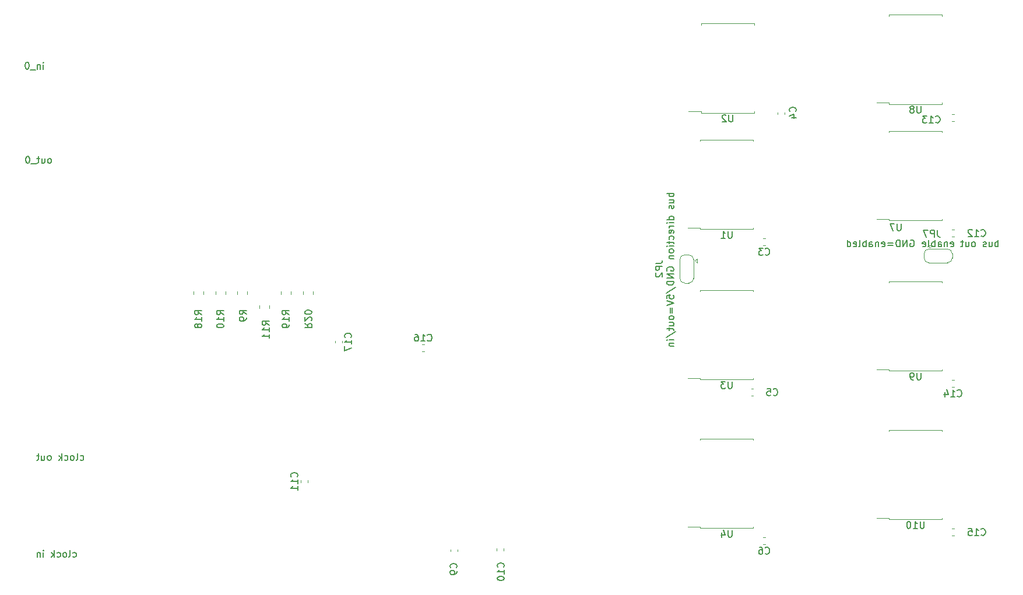
<source format=gbo>
G04 #@! TF.GenerationSoftware,KiCad,Pcbnew,5.1.12-84ad8e8a86~92~ubuntu18.04.1*
G04 #@! TF.CreationDate,2025-07-17T12:35:45+02:00*
G04 #@! TF.ProjectId,FPGA_buffer_board,46504741-5f62-4756-9666-65725f626f61,1.1*
G04 #@! TF.SameCoordinates,Original*
G04 #@! TF.FileFunction,Legend,Bot*
G04 #@! TF.FilePolarity,Positive*
%FSLAX46Y46*%
G04 Gerber Fmt 4.6, Leading zero omitted, Abs format (unit mm)*
G04 Created by KiCad (PCBNEW 5.1.12-84ad8e8a86~92~ubuntu18.04.1) date 2025-07-17 12:35:45*
%MOMM*%
%LPD*%
G01*
G04 APERTURE LIST*
%ADD10C,0.150000*%
%ADD11C,0.200000*%
%ADD12C,0.120000*%
G04 APERTURE END LIST*
D10*
X102380952Y-136404761D02*
X102476190Y-136452380D01*
X102666666Y-136452380D01*
X102761904Y-136404761D01*
X102809523Y-136357142D01*
X102857142Y-136261904D01*
X102857142Y-135976190D01*
X102809523Y-135880952D01*
X102761904Y-135833333D01*
X102666666Y-135785714D01*
X102476190Y-135785714D01*
X102380952Y-135833333D01*
X101809523Y-136452380D02*
X101904761Y-136404761D01*
X101952380Y-136309523D01*
X101952380Y-135452380D01*
X101285714Y-136452380D02*
X101380952Y-136404761D01*
X101428571Y-136357142D01*
X101476190Y-136261904D01*
X101476190Y-135976190D01*
X101428571Y-135880952D01*
X101380952Y-135833333D01*
X101285714Y-135785714D01*
X101142857Y-135785714D01*
X101047619Y-135833333D01*
X101000000Y-135880952D01*
X100952380Y-135976190D01*
X100952380Y-136261904D01*
X101000000Y-136357142D01*
X101047619Y-136404761D01*
X101142857Y-136452380D01*
X101285714Y-136452380D01*
X100095238Y-136404761D02*
X100190476Y-136452380D01*
X100380952Y-136452380D01*
X100476190Y-136404761D01*
X100523809Y-136357142D01*
X100571428Y-136261904D01*
X100571428Y-135976190D01*
X100523809Y-135880952D01*
X100476190Y-135833333D01*
X100380952Y-135785714D01*
X100190476Y-135785714D01*
X100095238Y-135833333D01*
X99666666Y-136452380D02*
X99666666Y-135452380D01*
X99571428Y-136071428D02*
X99285714Y-136452380D01*
X99285714Y-135785714D02*
X99666666Y-136166666D01*
X98095238Y-136452380D02*
X98095238Y-135785714D01*
X98095238Y-135452380D02*
X98142857Y-135500000D01*
X98095238Y-135547619D01*
X98047619Y-135500000D01*
X98095238Y-135452380D01*
X98095238Y-135547619D01*
X97619047Y-135785714D02*
X97619047Y-136452380D01*
X97619047Y-135880952D02*
X97571428Y-135833333D01*
X97476190Y-135785714D01*
X97333333Y-135785714D01*
X97238095Y-135833333D01*
X97190476Y-135928571D01*
X97190476Y-136452380D01*
X103464952Y-122324761D02*
X103560190Y-122372380D01*
X103750666Y-122372380D01*
X103845904Y-122324761D01*
X103893523Y-122277142D01*
X103941142Y-122181904D01*
X103941142Y-121896190D01*
X103893523Y-121800952D01*
X103845904Y-121753333D01*
X103750666Y-121705714D01*
X103560190Y-121705714D01*
X103464952Y-121753333D01*
X102893523Y-122372380D02*
X102988761Y-122324761D01*
X103036380Y-122229523D01*
X103036380Y-121372380D01*
X102369714Y-122372380D02*
X102464952Y-122324761D01*
X102512571Y-122277142D01*
X102560190Y-122181904D01*
X102560190Y-121896190D01*
X102512571Y-121800952D01*
X102464952Y-121753333D01*
X102369714Y-121705714D01*
X102226857Y-121705714D01*
X102131619Y-121753333D01*
X102084000Y-121800952D01*
X102036380Y-121896190D01*
X102036380Y-122181904D01*
X102084000Y-122277142D01*
X102131619Y-122324761D01*
X102226857Y-122372380D01*
X102369714Y-122372380D01*
X101179238Y-122324761D02*
X101274476Y-122372380D01*
X101464952Y-122372380D01*
X101560190Y-122324761D01*
X101607809Y-122277142D01*
X101655428Y-122181904D01*
X101655428Y-121896190D01*
X101607809Y-121800952D01*
X101560190Y-121753333D01*
X101464952Y-121705714D01*
X101274476Y-121705714D01*
X101179238Y-121753333D01*
X100750666Y-122372380D02*
X100750666Y-121372380D01*
X100655428Y-121991428D02*
X100369714Y-122372380D01*
X100369714Y-121705714D02*
X100750666Y-122086666D01*
X99036380Y-122372380D02*
X99131619Y-122324761D01*
X99179238Y-122277142D01*
X99226857Y-122181904D01*
X99226857Y-121896190D01*
X99179238Y-121800952D01*
X99131619Y-121753333D01*
X99036380Y-121705714D01*
X98893523Y-121705714D01*
X98798285Y-121753333D01*
X98750666Y-121800952D01*
X98703047Y-121896190D01*
X98703047Y-122181904D01*
X98750666Y-122277142D01*
X98798285Y-122324761D01*
X98893523Y-122372380D01*
X99036380Y-122372380D01*
X97845904Y-121705714D02*
X97845904Y-122372380D01*
X98274476Y-121705714D02*
X98274476Y-122229523D01*
X98226857Y-122324761D01*
X98131619Y-122372380D01*
X97988761Y-122372380D01*
X97893523Y-122324761D01*
X97845904Y-122277142D01*
X97512571Y-121705714D02*
X97131619Y-121705714D01*
X97369714Y-121372380D02*
X97369714Y-122229523D01*
X97322095Y-122324761D01*
X97226857Y-122372380D01*
X97131619Y-122372380D01*
D11*
X98109523Y-65542380D02*
X98109523Y-64875714D01*
X98109523Y-64542380D02*
X98157142Y-64590000D01*
X98109523Y-64637619D01*
X98061904Y-64590000D01*
X98109523Y-64542380D01*
X98109523Y-64637619D01*
X97633333Y-64875714D02*
X97633333Y-65542380D01*
X97633333Y-64970952D02*
X97585714Y-64923333D01*
X97490476Y-64875714D01*
X97347619Y-64875714D01*
X97252380Y-64923333D01*
X97204761Y-65018571D01*
X97204761Y-65542380D01*
X96966666Y-65637619D02*
X96204761Y-65637619D01*
X95776190Y-64542380D02*
X95680952Y-64542380D01*
X95585714Y-64590000D01*
X95538095Y-64637619D01*
X95490476Y-64732857D01*
X95442857Y-64923333D01*
X95442857Y-65161428D01*
X95490476Y-65351904D01*
X95538095Y-65447142D01*
X95585714Y-65494761D01*
X95680952Y-65542380D01*
X95776190Y-65542380D01*
X95871428Y-65494761D01*
X95919047Y-65447142D01*
X95966666Y-65351904D01*
X96014285Y-65161428D01*
X96014285Y-64923333D01*
X95966666Y-64732857D01*
X95919047Y-64637619D01*
X95871428Y-64590000D01*
X95776190Y-64542380D01*
X99066666Y-79202380D02*
X99161904Y-79154761D01*
X99209523Y-79107142D01*
X99257142Y-79011904D01*
X99257142Y-78726190D01*
X99209523Y-78630952D01*
X99161904Y-78583333D01*
X99066666Y-78535714D01*
X98923809Y-78535714D01*
X98828571Y-78583333D01*
X98780952Y-78630952D01*
X98733333Y-78726190D01*
X98733333Y-79011904D01*
X98780952Y-79107142D01*
X98828571Y-79154761D01*
X98923809Y-79202380D01*
X99066666Y-79202380D01*
X97876190Y-78535714D02*
X97876190Y-79202380D01*
X98304761Y-78535714D02*
X98304761Y-79059523D01*
X98257142Y-79154761D01*
X98161904Y-79202380D01*
X98019047Y-79202380D01*
X97923809Y-79154761D01*
X97876190Y-79107142D01*
X97542857Y-78535714D02*
X97161904Y-78535714D01*
X97400000Y-78202380D02*
X97400000Y-79059523D01*
X97352380Y-79154761D01*
X97257142Y-79202380D01*
X97161904Y-79202380D01*
X97066666Y-79297619D02*
X96304761Y-79297619D01*
X95876190Y-78202380D02*
X95780952Y-78202380D01*
X95685714Y-78250000D01*
X95638095Y-78297619D01*
X95590476Y-78392857D01*
X95542857Y-78583333D01*
X95542857Y-78821428D01*
X95590476Y-79011904D01*
X95638095Y-79107142D01*
X95685714Y-79154761D01*
X95780952Y-79202380D01*
X95876190Y-79202380D01*
X95971428Y-79154761D01*
X96019047Y-79107142D01*
X96066666Y-79011904D01*
X96114285Y-78821428D01*
X96114285Y-78583333D01*
X96066666Y-78392857D01*
X96019047Y-78297619D01*
X95971428Y-78250000D01*
X95876190Y-78202380D01*
D12*
X193625000Y-71680000D02*
X191810000Y-71680000D01*
X193625000Y-71915000D02*
X193625000Y-71680000D01*
X197485000Y-71915000D02*
X193625000Y-71915000D01*
X201345000Y-71915000D02*
X201345000Y-71680000D01*
X197485000Y-71915000D02*
X201345000Y-71915000D01*
X193625000Y-58895000D02*
X193625000Y-59130000D01*
X197485000Y-58895000D02*
X193625000Y-58895000D01*
X201345000Y-58895000D02*
X201345000Y-59130000D01*
X197485000Y-58895000D02*
X201345000Y-58895000D01*
X224790000Y-96360000D02*
X228650000Y-96360000D01*
X228650000Y-96360000D02*
X228650000Y-96595000D01*
X224790000Y-96360000D02*
X220930000Y-96360000D01*
X220930000Y-96360000D02*
X220930000Y-96595000D01*
X224790000Y-109380000D02*
X228650000Y-109380000D01*
X228650000Y-109380000D02*
X228650000Y-109145000D01*
X224790000Y-109380000D02*
X220930000Y-109380000D01*
X220930000Y-109380000D02*
X220930000Y-109145000D01*
X220930000Y-109145000D02*
X219115000Y-109145000D01*
X224790000Y-117950000D02*
X228650000Y-117950000D01*
X228650000Y-117950000D02*
X228650000Y-118185000D01*
X224790000Y-117950000D02*
X220930000Y-117950000D01*
X220930000Y-117950000D02*
X220930000Y-118185000D01*
X224790000Y-130970000D02*
X228650000Y-130970000D01*
X228650000Y-130970000D02*
X228650000Y-130735000D01*
X224790000Y-130970000D02*
X220930000Y-130970000D01*
X220930000Y-130970000D02*
X220930000Y-130735000D01*
X220930000Y-130735000D02*
X219115000Y-130735000D01*
X190550000Y-93180000D02*
X190550000Y-95980000D01*
X191250000Y-96630000D02*
X191850000Y-96630000D01*
X192550000Y-95980000D02*
X192550000Y-93180000D01*
X191850000Y-92530000D02*
X191250000Y-92530000D01*
X192750000Y-93380000D02*
X193050000Y-93080000D01*
X193050000Y-93080000D02*
X193050000Y-93680000D01*
X192750000Y-93380000D02*
X193050000Y-93680000D01*
X190550000Y-95930000D02*
G75*
G03*
X191250000Y-96630000I700000J0D01*
G01*
X191850000Y-96630000D02*
G75*
G03*
X192550000Y-95930000I0J700000D01*
G01*
X192550000Y-93230000D02*
G75*
G03*
X191850000Y-92530000I-700000J0D01*
G01*
X191250000Y-92530000D02*
G75*
G03*
X190550000Y-93230000I0J-700000D01*
G01*
X197358000Y-75786000D02*
X201218000Y-75786000D01*
X201218000Y-75786000D02*
X201218000Y-76021000D01*
X197358000Y-75786000D02*
X193498000Y-75786000D01*
X193498000Y-75786000D02*
X193498000Y-76021000D01*
X197358000Y-88806000D02*
X201218000Y-88806000D01*
X201218000Y-88806000D02*
X201218000Y-88571000D01*
X197358000Y-88806000D02*
X193498000Y-88806000D01*
X193498000Y-88806000D02*
X193498000Y-88571000D01*
X193498000Y-88571000D02*
X191683000Y-88571000D01*
X193498000Y-110415000D02*
X191683000Y-110415000D01*
X193498000Y-110650000D02*
X193498000Y-110415000D01*
X197358000Y-110650000D02*
X193498000Y-110650000D01*
X201218000Y-110650000D02*
X201218000Y-110415000D01*
X197358000Y-110650000D02*
X201218000Y-110650000D01*
X193498000Y-97630000D02*
X193498000Y-97865000D01*
X197358000Y-97630000D02*
X193498000Y-97630000D01*
X201218000Y-97630000D02*
X201218000Y-97865000D01*
X197358000Y-97630000D02*
X201218000Y-97630000D01*
X193498000Y-132005000D02*
X191683000Y-132005000D01*
X193498000Y-132240000D02*
X193498000Y-132005000D01*
X197358000Y-132240000D02*
X193498000Y-132240000D01*
X201218000Y-132240000D02*
X201218000Y-132005000D01*
X197358000Y-132240000D02*
X201218000Y-132240000D01*
X193498000Y-119220000D02*
X193498000Y-119455000D01*
X197358000Y-119220000D02*
X193498000Y-119220000D01*
X201218000Y-119220000D02*
X201218000Y-119455000D01*
X197358000Y-119220000D02*
X201218000Y-119220000D01*
X226670000Y-93680000D02*
X229470000Y-93680000D01*
X230120000Y-92980000D02*
X230120000Y-92380000D01*
X229470000Y-91680000D02*
X226670000Y-91680000D01*
X226020000Y-92380000D02*
X226020000Y-92980000D01*
X226870000Y-91480000D02*
X226570000Y-91180000D01*
X226570000Y-91180000D02*
X227170000Y-91180000D01*
X226870000Y-91480000D02*
X227170000Y-91180000D01*
X226020000Y-92980000D02*
G75*
G03*
X226720000Y-93680000I700000J0D01*
G01*
X226720000Y-91680000D02*
G75*
G03*
X226020000Y-92380000I0J-700000D01*
G01*
X230120000Y-92380000D02*
G75*
G03*
X229420000Y-91680000I-700000J0D01*
G01*
X229420000Y-93680000D02*
G75*
G03*
X230120000Y-92980000I0J700000D01*
G01*
X220930000Y-87301000D02*
X219115000Y-87301000D01*
X220930000Y-87536000D02*
X220930000Y-87301000D01*
X224790000Y-87536000D02*
X220930000Y-87536000D01*
X228650000Y-87536000D02*
X228650000Y-87301000D01*
X224790000Y-87536000D02*
X228650000Y-87536000D01*
X220930000Y-74516000D02*
X220930000Y-74751000D01*
X224790000Y-74516000D02*
X220930000Y-74516000D01*
X228650000Y-74516000D02*
X228650000Y-74751000D01*
X224790000Y-74516000D02*
X228650000Y-74516000D01*
X220930000Y-70410000D02*
X219115000Y-70410000D01*
X220930000Y-70645000D02*
X220930000Y-70410000D01*
X224790000Y-70645000D02*
X220930000Y-70645000D01*
X228650000Y-70645000D02*
X228650000Y-70410000D01*
X224790000Y-70645000D02*
X228650000Y-70645000D01*
X220930000Y-57625000D02*
X220930000Y-57860000D01*
X224790000Y-57625000D02*
X220930000Y-57625000D01*
X228650000Y-57625000D02*
X228650000Y-57860000D01*
X224790000Y-57625000D02*
X228650000Y-57625000D01*
X202646233Y-91188000D02*
X202938767Y-91188000D01*
X202646233Y-90168000D02*
X202938767Y-90168000D01*
X204722000Y-71836233D02*
X204722000Y-72128767D01*
X205742000Y-71836233D02*
X205742000Y-72128767D01*
X201213767Y-112012000D02*
X200921233Y-112012000D01*
X201213767Y-113032000D02*
X200921233Y-113032000D01*
X202646233Y-133602000D02*
X202938767Y-133602000D01*
X202646233Y-134622000D02*
X202938767Y-134622000D01*
X157224000Y-135628767D02*
X157224000Y-135336233D01*
X158244000Y-135628767D02*
X158244000Y-135336233D01*
X163955000Y-135501767D02*
X163955000Y-135209233D01*
X164975000Y-135501767D02*
X164975000Y-135209233D01*
X135507000Y-125303233D02*
X135507000Y-125595767D01*
X136527000Y-125303233D02*
X136527000Y-125595767D01*
X230078233Y-88898000D02*
X230370767Y-88898000D01*
X230078233Y-89918000D02*
X230370767Y-89918000D01*
X230078233Y-73154000D02*
X230370767Y-73154000D01*
X230078233Y-72134000D02*
X230370767Y-72134000D01*
X230078233Y-111762000D02*
X230370767Y-111762000D01*
X230078233Y-110742000D02*
X230370767Y-110742000D01*
X230078233Y-132332000D02*
X230370767Y-132332000D01*
X230078233Y-133352000D02*
X230370767Y-133352000D01*
X153408767Y-105535000D02*
X153116233Y-105535000D01*
X153408767Y-106555000D02*
X153116233Y-106555000D01*
X140460000Y-105328767D02*
X140460000Y-105036233D01*
X141480000Y-105328767D02*
X141480000Y-105036233D01*
X127735000Y-98287064D02*
X127735000Y-97832936D01*
X126265000Y-98287064D02*
X126265000Y-97832936D01*
X123090000Y-98287064D02*
X123090000Y-97832936D01*
X124560000Y-98287064D02*
X124560000Y-97832936D01*
X129440000Y-99832936D02*
X129440000Y-100287064D01*
X130910000Y-99832936D02*
X130910000Y-100287064D01*
X119915000Y-98287064D02*
X119915000Y-97832936D01*
X121385000Y-98287064D02*
X121385000Y-97832936D01*
X134085000Y-98287064D02*
X134085000Y-97832936D01*
X132615000Y-98287064D02*
X132615000Y-97832936D01*
X135790000Y-98287064D02*
X135790000Y-97832936D01*
X137260000Y-98287064D02*
X137260000Y-97832936D01*
D10*
X198246904Y-72207380D02*
X198246904Y-73016904D01*
X198199285Y-73112142D01*
X198151666Y-73159761D01*
X198056428Y-73207380D01*
X197865952Y-73207380D01*
X197770714Y-73159761D01*
X197723095Y-73112142D01*
X197675476Y-73016904D01*
X197675476Y-72207380D01*
X197246904Y-72302619D02*
X197199285Y-72255000D01*
X197104047Y-72207380D01*
X196865952Y-72207380D01*
X196770714Y-72255000D01*
X196723095Y-72302619D01*
X196675476Y-72397857D01*
X196675476Y-72493095D01*
X196723095Y-72635952D01*
X197294523Y-73207380D01*
X196675476Y-73207380D01*
X225551904Y-109672380D02*
X225551904Y-110481904D01*
X225504285Y-110577142D01*
X225456666Y-110624761D01*
X225361428Y-110672380D01*
X225170952Y-110672380D01*
X225075714Y-110624761D01*
X225028095Y-110577142D01*
X224980476Y-110481904D01*
X224980476Y-109672380D01*
X224456666Y-110672380D02*
X224266190Y-110672380D01*
X224170952Y-110624761D01*
X224123333Y-110577142D01*
X224028095Y-110434285D01*
X223980476Y-110243809D01*
X223980476Y-109862857D01*
X224028095Y-109767619D01*
X224075714Y-109720000D01*
X224170952Y-109672380D01*
X224361428Y-109672380D01*
X224456666Y-109720000D01*
X224504285Y-109767619D01*
X224551904Y-109862857D01*
X224551904Y-110100952D01*
X224504285Y-110196190D01*
X224456666Y-110243809D01*
X224361428Y-110291428D01*
X224170952Y-110291428D01*
X224075714Y-110243809D01*
X224028095Y-110196190D01*
X223980476Y-110100952D01*
X226028095Y-131262380D02*
X226028095Y-132071904D01*
X225980476Y-132167142D01*
X225932857Y-132214761D01*
X225837619Y-132262380D01*
X225647142Y-132262380D01*
X225551904Y-132214761D01*
X225504285Y-132167142D01*
X225456666Y-132071904D01*
X225456666Y-131262380D01*
X224456666Y-132262380D02*
X225028095Y-132262380D01*
X224742380Y-132262380D02*
X224742380Y-131262380D01*
X224837619Y-131405238D01*
X224932857Y-131500476D01*
X225028095Y-131548095D01*
X223837619Y-131262380D02*
X223742380Y-131262380D01*
X223647142Y-131310000D01*
X223599523Y-131357619D01*
X223551904Y-131452857D01*
X223504285Y-131643333D01*
X223504285Y-131881428D01*
X223551904Y-132071904D01*
X223599523Y-132167142D01*
X223647142Y-132214761D01*
X223742380Y-132262380D01*
X223837619Y-132262380D01*
X223932857Y-132214761D01*
X223980476Y-132167142D01*
X224028095Y-132071904D01*
X224075714Y-131881428D01*
X224075714Y-131643333D01*
X224028095Y-131452857D01*
X223980476Y-131357619D01*
X223932857Y-131310000D01*
X223837619Y-131262380D01*
X187012380Y-93736666D02*
X187726666Y-93736666D01*
X187869523Y-93689047D01*
X187964761Y-93593809D01*
X188012380Y-93450952D01*
X188012380Y-93355714D01*
X188012380Y-94212857D02*
X187012380Y-94212857D01*
X187012380Y-94593809D01*
X187060000Y-94689047D01*
X187107619Y-94736666D01*
X187202857Y-94784285D01*
X187345714Y-94784285D01*
X187440952Y-94736666D01*
X187488571Y-94689047D01*
X187536190Y-94593809D01*
X187536190Y-94212857D01*
X187107619Y-95165238D02*
X187060000Y-95212857D01*
X187012380Y-95308095D01*
X187012380Y-95546190D01*
X187060000Y-95641428D01*
X187107619Y-95689047D01*
X187202857Y-95736666D01*
X187298095Y-95736666D01*
X187440952Y-95689047D01*
X188012380Y-95117619D01*
X188012380Y-95736666D01*
X189652380Y-83604761D02*
X188652380Y-83604761D01*
X189033333Y-83604761D02*
X188985714Y-83700000D01*
X188985714Y-83890476D01*
X189033333Y-83985714D01*
X189080952Y-84033333D01*
X189176190Y-84080952D01*
X189461904Y-84080952D01*
X189557142Y-84033333D01*
X189604761Y-83985714D01*
X189652380Y-83890476D01*
X189652380Y-83700000D01*
X189604761Y-83604761D01*
X188985714Y-84938095D02*
X189652380Y-84938095D01*
X188985714Y-84509523D02*
X189509523Y-84509523D01*
X189604761Y-84557142D01*
X189652380Y-84652380D01*
X189652380Y-84795238D01*
X189604761Y-84890476D01*
X189557142Y-84938095D01*
X189604761Y-85366666D02*
X189652380Y-85461904D01*
X189652380Y-85652380D01*
X189604761Y-85747619D01*
X189509523Y-85795238D01*
X189461904Y-85795238D01*
X189366666Y-85747619D01*
X189319047Y-85652380D01*
X189319047Y-85509523D01*
X189271428Y-85414285D01*
X189176190Y-85366666D01*
X189128571Y-85366666D01*
X189033333Y-85414285D01*
X188985714Y-85509523D01*
X188985714Y-85652380D01*
X189033333Y-85747619D01*
X189652380Y-87414285D02*
X188652380Y-87414285D01*
X189604761Y-87414285D02*
X189652380Y-87319047D01*
X189652380Y-87128571D01*
X189604761Y-87033333D01*
X189557142Y-86985714D01*
X189461904Y-86938095D01*
X189176190Y-86938095D01*
X189080952Y-86985714D01*
X189033333Y-87033333D01*
X188985714Y-87128571D01*
X188985714Y-87319047D01*
X189033333Y-87414285D01*
X189652380Y-87890476D02*
X188985714Y-87890476D01*
X188652380Y-87890476D02*
X188700000Y-87842857D01*
X188747619Y-87890476D01*
X188700000Y-87938095D01*
X188652380Y-87890476D01*
X188747619Y-87890476D01*
X189652380Y-88366666D02*
X188985714Y-88366666D01*
X189176190Y-88366666D02*
X189080952Y-88414285D01*
X189033333Y-88461904D01*
X188985714Y-88557142D01*
X188985714Y-88652380D01*
X189604761Y-89366666D02*
X189652380Y-89271428D01*
X189652380Y-89080952D01*
X189604761Y-88985714D01*
X189509523Y-88938095D01*
X189128571Y-88938095D01*
X189033333Y-88985714D01*
X188985714Y-89080952D01*
X188985714Y-89271428D01*
X189033333Y-89366666D01*
X189128571Y-89414285D01*
X189223809Y-89414285D01*
X189319047Y-88938095D01*
X189604761Y-90271428D02*
X189652380Y-90176190D01*
X189652380Y-89985714D01*
X189604761Y-89890476D01*
X189557142Y-89842857D01*
X189461904Y-89795238D01*
X189176190Y-89795238D01*
X189080952Y-89842857D01*
X189033333Y-89890476D01*
X188985714Y-89985714D01*
X188985714Y-90176190D01*
X189033333Y-90271428D01*
X188985714Y-90557142D02*
X188985714Y-90938095D01*
X188652380Y-90700000D02*
X189509523Y-90700000D01*
X189604761Y-90747619D01*
X189652380Y-90842857D01*
X189652380Y-90938095D01*
X189652380Y-91271428D02*
X188985714Y-91271428D01*
X188652380Y-91271428D02*
X188700000Y-91223809D01*
X188747619Y-91271428D01*
X188700000Y-91319047D01*
X188652380Y-91271428D01*
X188747619Y-91271428D01*
X189652380Y-91890476D02*
X189604761Y-91795238D01*
X189557142Y-91747619D01*
X189461904Y-91700000D01*
X189176190Y-91700000D01*
X189080952Y-91747619D01*
X189033333Y-91795238D01*
X188985714Y-91890476D01*
X188985714Y-92033333D01*
X189033333Y-92128571D01*
X189080952Y-92176190D01*
X189176190Y-92223809D01*
X189461904Y-92223809D01*
X189557142Y-92176190D01*
X189604761Y-92128571D01*
X189652380Y-92033333D01*
X189652380Y-91890476D01*
X188985714Y-92652380D02*
X189652380Y-92652380D01*
X189080952Y-92652380D02*
X189033333Y-92700000D01*
X188985714Y-92795238D01*
X188985714Y-92938095D01*
X189033333Y-93033333D01*
X189128571Y-93080952D01*
X189652380Y-93080952D01*
X188700000Y-94842857D02*
X188652380Y-94747619D01*
X188652380Y-94604761D01*
X188700000Y-94461904D01*
X188795238Y-94366666D01*
X188890476Y-94319047D01*
X189080952Y-94271428D01*
X189223809Y-94271428D01*
X189414285Y-94319047D01*
X189509523Y-94366666D01*
X189604761Y-94461904D01*
X189652380Y-94604761D01*
X189652380Y-94700000D01*
X189604761Y-94842857D01*
X189557142Y-94890476D01*
X189223809Y-94890476D01*
X189223809Y-94700000D01*
X189652380Y-95319047D02*
X188652380Y-95319047D01*
X189652380Y-95890476D01*
X188652380Y-95890476D01*
X189652380Y-96366666D02*
X188652380Y-96366666D01*
X188652380Y-96604761D01*
X188700000Y-96747619D01*
X188795238Y-96842857D01*
X188890476Y-96890476D01*
X189080952Y-96938095D01*
X189223809Y-96938095D01*
X189414285Y-96890476D01*
X189509523Y-96842857D01*
X189604761Y-96747619D01*
X189652380Y-96604761D01*
X189652380Y-96366666D01*
X188604761Y-98080952D02*
X189890476Y-97223809D01*
X188652380Y-98890476D02*
X188652380Y-98414285D01*
X189128571Y-98366666D01*
X189080952Y-98414285D01*
X189033333Y-98509523D01*
X189033333Y-98747619D01*
X189080952Y-98842857D01*
X189128571Y-98890476D01*
X189223809Y-98938095D01*
X189461904Y-98938095D01*
X189557142Y-98890476D01*
X189604761Y-98842857D01*
X189652380Y-98747619D01*
X189652380Y-98509523D01*
X189604761Y-98414285D01*
X189557142Y-98366666D01*
X188652380Y-99223809D02*
X189652380Y-99557142D01*
X188652380Y-99890476D01*
X189128571Y-100223809D02*
X189128571Y-100985714D01*
X189414285Y-100985714D02*
X189414285Y-100223809D01*
X189652380Y-101604761D02*
X189604761Y-101509523D01*
X189557142Y-101461904D01*
X189461904Y-101414285D01*
X189176190Y-101414285D01*
X189080952Y-101461904D01*
X189033333Y-101509523D01*
X188985714Y-101604761D01*
X188985714Y-101747619D01*
X189033333Y-101842857D01*
X189080952Y-101890476D01*
X189176190Y-101938095D01*
X189461904Y-101938095D01*
X189557142Y-101890476D01*
X189604761Y-101842857D01*
X189652380Y-101747619D01*
X189652380Y-101604761D01*
X188985714Y-102795238D02*
X189652380Y-102795238D01*
X188985714Y-102366666D02*
X189509523Y-102366666D01*
X189604761Y-102414285D01*
X189652380Y-102509523D01*
X189652380Y-102652380D01*
X189604761Y-102747619D01*
X189557142Y-102795238D01*
X188985714Y-103128571D02*
X188985714Y-103509523D01*
X188652380Y-103271428D02*
X189509523Y-103271428D01*
X189604761Y-103319047D01*
X189652380Y-103414285D01*
X189652380Y-103509523D01*
X188604761Y-104557142D02*
X189890476Y-103700000D01*
X189652380Y-104890476D02*
X188985714Y-104890476D01*
X188652380Y-104890476D02*
X188700000Y-104842857D01*
X188747619Y-104890476D01*
X188700000Y-104938095D01*
X188652380Y-104890476D01*
X188747619Y-104890476D01*
X188985714Y-105366666D02*
X189652380Y-105366666D01*
X189080952Y-105366666D02*
X189033333Y-105414285D01*
X188985714Y-105509523D01*
X188985714Y-105652380D01*
X189033333Y-105747619D01*
X189128571Y-105795238D01*
X189652380Y-105795238D01*
X198119904Y-89098380D02*
X198119904Y-89907904D01*
X198072285Y-90003142D01*
X198024666Y-90050761D01*
X197929428Y-90098380D01*
X197738952Y-90098380D01*
X197643714Y-90050761D01*
X197596095Y-90003142D01*
X197548476Y-89907904D01*
X197548476Y-89098380D01*
X196548476Y-90098380D02*
X197119904Y-90098380D01*
X196834190Y-90098380D02*
X196834190Y-89098380D01*
X196929428Y-89241238D01*
X197024666Y-89336476D01*
X197119904Y-89384095D01*
X198119904Y-110942380D02*
X198119904Y-111751904D01*
X198072285Y-111847142D01*
X198024666Y-111894761D01*
X197929428Y-111942380D01*
X197738952Y-111942380D01*
X197643714Y-111894761D01*
X197596095Y-111847142D01*
X197548476Y-111751904D01*
X197548476Y-110942380D01*
X197167523Y-110942380D02*
X196548476Y-110942380D01*
X196881809Y-111323333D01*
X196738952Y-111323333D01*
X196643714Y-111370952D01*
X196596095Y-111418571D01*
X196548476Y-111513809D01*
X196548476Y-111751904D01*
X196596095Y-111847142D01*
X196643714Y-111894761D01*
X196738952Y-111942380D01*
X197024666Y-111942380D01*
X197119904Y-111894761D01*
X197167523Y-111847142D01*
X198119904Y-132532380D02*
X198119904Y-133341904D01*
X198072285Y-133437142D01*
X198024666Y-133484761D01*
X197929428Y-133532380D01*
X197738952Y-133532380D01*
X197643714Y-133484761D01*
X197596095Y-133437142D01*
X197548476Y-133341904D01*
X197548476Y-132532380D01*
X196643714Y-132865714D02*
X196643714Y-133532380D01*
X196881809Y-132484761D02*
X197119904Y-133199047D01*
X196500857Y-133199047D01*
X227963333Y-88932380D02*
X227963333Y-89646666D01*
X228010952Y-89789523D01*
X228106190Y-89884761D01*
X228249047Y-89932380D01*
X228344285Y-89932380D01*
X227487142Y-89932380D02*
X227487142Y-88932380D01*
X227106190Y-88932380D01*
X227010952Y-88980000D01*
X226963333Y-89027619D01*
X226915714Y-89122857D01*
X226915714Y-89265714D01*
X226963333Y-89360952D01*
X227010952Y-89408571D01*
X227106190Y-89456190D01*
X227487142Y-89456190D01*
X226582380Y-88932380D02*
X225915714Y-88932380D01*
X226344285Y-89932380D01*
X236792380Y-91352380D02*
X236792380Y-90352380D01*
X236792380Y-90733333D02*
X236697142Y-90685714D01*
X236506666Y-90685714D01*
X236411428Y-90733333D01*
X236363809Y-90780952D01*
X236316190Y-90876190D01*
X236316190Y-91161904D01*
X236363809Y-91257142D01*
X236411428Y-91304761D01*
X236506666Y-91352380D01*
X236697142Y-91352380D01*
X236792380Y-91304761D01*
X235459047Y-90685714D02*
X235459047Y-91352380D01*
X235887619Y-90685714D02*
X235887619Y-91209523D01*
X235840000Y-91304761D01*
X235744761Y-91352380D01*
X235601904Y-91352380D01*
X235506666Y-91304761D01*
X235459047Y-91257142D01*
X235030476Y-91304761D02*
X234935238Y-91352380D01*
X234744761Y-91352380D01*
X234649523Y-91304761D01*
X234601904Y-91209523D01*
X234601904Y-91161904D01*
X234649523Y-91066666D01*
X234744761Y-91019047D01*
X234887619Y-91019047D01*
X234982857Y-90971428D01*
X235030476Y-90876190D01*
X235030476Y-90828571D01*
X234982857Y-90733333D01*
X234887619Y-90685714D01*
X234744761Y-90685714D01*
X234649523Y-90733333D01*
X233268571Y-91352380D02*
X233363809Y-91304761D01*
X233411428Y-91257142D01*
X233459047Y-91161904D01*
X233459047Y-90876190D01*
X233411428Y-90780952D01*
X233363809Y-90733333D01*
X233268571Y-90685714D01*
X233125714Y-90685714D01*
X233030476Y-90733333D01*
X232982857Y-90780952D01*
X232935238Y-90876190D01*
X232935238Y-91161904D01*
X232982857Y-91257142D01*
X233030476Y-91304761D01*
X233125714Y-91352380D01*
X233268571Y-91352380D01*
X232078095Y-90685714D02*
X232078095Y-91352380D01*
X232506666Y-90685714D02*
X232506666Y-91209523D01*
X232459047Y-91304761D01*
X232363809Y-91352380D01*
X232220952Y-91352380D01*
X232125714Y-91304761D01*
X232078095Y-91257142D01*
X231744761Y-90685714D02*
X231363809Y-90685714D01*
X231601904Y-90352380D02*
X231601904Y-91209523D01*
X231554285Y-91304761D01*
X231459047Y-91352380D01*
X231363809Y-91352380D01*
X229887619Y-91304761D02*
X229982857Y-91352380D01*
X230173333Y-91352380D01*
X230268571Y-91304761D01*
X230316190Y-91209523D01*
X230316190Y-90828571D01*
X230268571Y-90733333D01*
X230173333Y-90685714D01*
X229982857Y-90685714D01*
X229887619Y-90733333D01*
X229840000Y-90828571D01*
X229840000Y-90923809D01*
X230316190Y-91019047D01*
X229411428Y-90685714D02*
X229411428Y-91352380D01*
X229411428Y-90780952D02*
X229363809Y-90733333D01*
X229268571Y-90685714D01*
X229125714Y-90685714D01*
X229030476Y-90733333D01*
X228982857Y-90828571D01*
X228982857Y-91352380D01*
X228078095Y-91352380D02*
X228078095Y-90828571D01*
X228125714Y-90733333D01*
X228220952Y-90685714D01*
X228411428Y-90685714D01*
X228506666Y-90733333D01*
X228078095Y-91304761D02*
X228173333Y-91352380D01*
X228411428Y-91352380D01*
X228506666Y-91304761D01*
X228554285Y-91209523D01*
X228554285Y-91114285D01*
X228506666Y-91019047D01*
X228411428Y-90971428D01*
X228173333Y-90971428D01*
X228078095Y-90923809D01*
X227601904Y-91352380D02*
X227601904Y-90352380D01*
X227601904Y-90733333D02*
X227506666Y-90685714D01*
X227316190Y-90685714D01*
X227220952Y-90733333D01*
X227173333Y-90780952D01*
X227125714Y-90876190D01*
X227125714Y-91161904D01*
X227173333Y-91257142D01*
X227220952Y-91304761D01*
X227316190Y-91352380D01*
X227506666Y-91352380D01*
X227601904Y-91304761D01*
X226554285Y-91352380D02*
X226649523Y-91304761D01*
X226697142Y-91209523D01*
X226697142Y-90352380D01*
X225792380Y-91304761D02*
X225887619Y-91352380D01*
X226078095Y-91352380D01*
X226173333Y-91304761D01*
X226220952Y-91209523D01*
X226220952Y-90828571D01*
X226173333Y-90733333D01*
X226078095Y-90685714D01*
X225887619Y-90685714D01*
X225792380Y-90733333D01*
X225744761Y-90828571D01*
X225744761Y-90923809D01*
X226220952Y-91019047D01*
X224030476Y-90400000D02*
X224125714Y-90352380D01*
X224268571Y-90352380D01*
X224411428Y-90400000D01*
X224506666Y-90495238D01*
X224554285Y-90590476D01*
X224601904Y-90780952D01*
X224601904Y-90923809D01*
X224554285Y-91114285D01*
X224506666Y-91209523D01*
X224411428Y-91304761D01*
X224268571Y-91352380D01*
X224173333Y-91352380D01*
X224030476Y-91304761D01*
X223982857Y-91257142D01*
X223982857Y-90923809D01*
X224173333Y-90923809D01*
X223554285Y-91352380D02*
X223554285Y-90352380D01*
X222982857Y-91352380D01*
X222982857Y-90352380D01*
X222506666Y-91352380D02*
X222506666Y-90352380D01*
X222268571Y-90352380D01*
X222125714Y-90400000D01*
X222030476Y-90495238D01*
X221982857Y-90590476D01*
X221935238Y-90780952D01*
X221935238Y-90923809D01*
X221982857Y-91114285D01*
X222030476Y-91209523D01*
X222125714Y-91304761D01*
X222268571Y-91352380D01*
X222506666Y-91352380D01*
X221506666Y-90828571D02*
X220744761Y-90828571D01*
X220744761Y-91114285D02*
X221506666Y-91114285D01*
X219887619Y-91304761D02*
X219982857Y-91352380D01*
X220173333Y-91352380D01*
X220268571Y-91304761D01*
X220316190Y-91209523D01*
X220316190Y-90828571D01*
X220268571Y-90733333D01*
X220173333Y-90685714D01*
X219982857Y-90685714D01*
X219887619Y-90733333D01*
X219840000Y-90828571D01*
X219840000Y-90923809D01*
X220316190Y-91019047D01*
X219411428Y-90685714D02*
X219411428Y-91352380D01*
X219411428Y-90780952D02*
X219363809Y-90733333D01*
X219268571Y-90685714D01*
X219125714Y-90685714D01*
X219030476Y-90733333D01*
X218982857Y-90828571D01*
X218982857Y-91352380D01*
X218078095Y-91352380D02*
X218078095Y-90828571D01*
X218125714Y-90733333D01*
X218220952Y-90685714D01*
X218411428Y-90685714D01*
X218506666Y-90733333D01*
X218078095Y-91304761D02*
X218173333Y-91352380D01*
X218411428Y-91352380D01*
X218506666Y-91304761D01*
X218554285Y-91209523D01*
X218554285Y-91114285D01*
X218506666Y-91019047D01*
X218411428Y-90971428D01*
X218173333Y-90971428D01*
X218078095Y-90923809D01*
X217601904Y-91352380D02*
X217601904Y-90352380D01*
X217601904Y-90733333D02*
X217506666Y-90685714D01*
X217316190Y-90685714D01*
X217220952Y-90733333D01*
X217173333Y-90780952D01*
X217125714Y-90876190D01*
X217125714Y-91161904D01*
X217173333Y-91257142D01*
X217220952Y-91304761D01*
X217316190Y-91352380D01*
X217506666Y-91352380D01*
X217601904Y-91304761D01*
X216554285Y-91352380D02*
X216649523Y-91304761D01*
X216697142Y-91209523D01*
X216697142Y-90352380D01*
X215792380Y-91304761D02*
X215887619Y-91352380D01*
X216078095Y-91352380D01*
X216173333Y-91304761D01*
X216220952Y-91209523D01*
X216220952Y-90828571D01*
X216173333Y-90733333D01*
X216078095Y-90685714D01*
X215887619Y-90685714D01*
X215792380Y-90733333D01*
X215744761Y-90828571D01*
X215744761Y-90923809D01*
X216220952Y-91019047D01*
X214887619Y-91352380D02*
X214887619Y-90352380D01*
X214887619Y-91304761D02*
X214982857Y-91352380D01*
X215173333Y-91352380D01*
X215268571Y-91304761D01*
X215316190Y-91257142D01*
X215363809Y-91161904D01*
X215363809Y-90876190D01*
X215316190Y-90780952D01*
X215268571Y-90733333D01*
X215173333Y-90685714D01*
X214982857Y-90685714D01*
X214887619Y-90733333D01*
X222671904Y-88002380D02*
X222671904Y-88811904D01*
X222624285Y-88907142D01*
X222576666Y-88954761D01*
X222481428Y-89002380D01*
X222290952Y-89002380D01*
X222195714Y-88954761D01*
X222148095Y-88907142D01*
X222100476Y-88811904D01*
X222100476Y-88002380D01*
X221719523Y-88002380D02*
X221052857Y-88002380D01*
X221481428Y-89002380D01*
X225551904Y-70937380D02*
X225551904Y-71746904D01*
X225504285Y-71842142D01*
X225456666Y-71889761D01*
X225361428Y-71937380D01*
X225170952Y-71937380D01*
X225075714Y-71889761D01*
X225028095Y-71842142D01*
X224980476Y-71746904D01*
X224980476Y-70937380D01*
X224361428Y-71365952D02*
X224456666Y-71318333D01*
X224504285Y-71270714D01*
X224551904Y-71175476D01*
X224551904Y-71127857D01*
X224504285Y-71032619D01*
X224456666Y-70985000D01*
X224361428Y-70937380D01*
X224170952Y-70937380D01*
X224075714Y-70985000D01*
X224028095Y-71032619D01*
X223980476Y-71127857D01*
X223980476Y-71175476D01*
X224028095Y-71270714D01*
X224075714Y-71318333D01*
X224170952Y-71365952D01*
X224361428Y-71365952D01*
X224456666Y-71413571D01*
X224504285Y-71461190D01*
X224551904Y-71556428D01*
X224551904Y-71746904D01*
X224504285Y-71842142D01*
X224456666Y-71889761D01*
X224361428Y-71937380D01*
X224170952Y-71937380D01*
X224075714Y-71889761D01*
X224028095Y-71842142D01*
X223980476Y-71746904D01*
X223980476Y-71556428D01*
X224028095Y-71461190D01*
X224075714Y-71413571D01*
X224170952Y-71365952D01*
X202959166Y-92465142D02*
X203006785Y-92512761D01*
X203149642Y-92560380D01*
X203244880Y-92560380D01*
X203387738Y-92512761D01*
X203482976Y-92417523D01*
X203530595Y-92322285D01*
X203578214Y-92131809D01*
X203578214Y-91988952D01*
X203530595Y-91798476D01*
X203482976Y-91703238D01*
X203387738Y-91608000D01*
X203244880Y-91560380D01*
X203149642Y-91560380D01*
X203006785Y-91608000D01*
X202959166Y-91655619D01*
X202625833Y-91560380D02*
X202006785Y-91560380D01*
X202340119Y-91941333D01*
X202197261Y-91941333D01*
X202102023Y-91988952D01*
X202054404Y-92036571D01*
X202006785Y-92131809D01*
X202006785Y-92369904D01*
X202054404Y-92465142D01*
X202102023Y-92512761D01*
X202197261Y-92560380D01*
X202482976Y-92560380D01*
X202578214Y-92512761D01*
X202625833Y-92465142D01*
X207367142Y-71715333D02*
X207414761Y-71667714D01*
X207462380Y-71524857D01*
X207462380Y-71429619D01*
X207414761Y-71286761D01*
X207319523Y-71191523D01*
X207224285Y-71143904D01*
X207033809Y-71096285D01*
X206890952Y-71096285D01*
X206700476Y-71143904D01*
X206605238Y-71191523D01*
X206510000Y-71286761D01*
X206462380Y-71429619D01*
X206462380Y-71524857D01*
X206510000Y-71667714D01*
X206557619Y-71715333D01*
X206795714Y-72572476D02*
X207462380Y-72572476D01*
X206414761Y-72334380D02*
X207129047Y-72096285D01*
X207129047Y-72715333D01*
X204128666Y-112879142D02*
X204176285Y-112926761D01*
X204319142Y-112974380D01*
X204414380Y-112974380D01*
X204557238Y-112926761D01*
X204652476Y-112831523D01*
X204700095Y-112736285D01*
X204747714Y-112545809D01*
X204747714Y-112402952D01*
X204700095Y-112212476D01*
X204652476Y-112117238D01*
X204557238Y-112022000D01*
X204414380Y-111974380D01*
X204319142Y-111974380D01*
X204176285Y-112022000D01*
X204128666Y-112069619D01*
X203223904Y-111974380D02*
X203700095Y-111974380D01*
X203747714Y-112450571D01*
X203700095Y-112402952D01*
X203604857Y-112355333D01*
X203366761Y-112355333D01*
X203271523Y-112402952D01*
X203223904Y-112450571D01*
X203176285Y-112545809D01*
X203176285Y-112783904D01*
X203223904Y-112879142D01*
X203271523Y-112926761D01*
X203366761Y-112974380D01*
X203604857Y-112974380D01*
X203700095Y-112926761D01*
X203747714Y-112879142D01*
X202959166Y-135899142D02*
X203006785Y-135946761D01*
X203149642Y-135994380D01*
X203244880Y-135994380D01*
X203387738Y-135946761D01*
X203482976Y-135851523D01*
X203530595Y-135756285D01*
X203578214Y-135565809D01*
X203578214Y-135422952D01*
X203530595Y-135232476D01*
X203482976Y-135137238D01*
X203387738Y-135042000D01*
X203244880Y-134994380D01*
X203149642Y-134994380D01*
X203006785Y-135042000D01*
X202959166Y-135089619D01*
X202102023Y-134994380D02*
X202292500Y-134994380D01*
X202387738Y-135042000D01*
X202435357Y-135089619D01*
X202530595Y-135232476D01*
X202578214Y-135422952D01*
X202578214Y-135803904D01*
X202530595Y-135899142D01*
X202482976Y-135946761D01*
X202387738Y-135994380D01*
X202197261Y-135994380D01*
X202102023Y-135946761D01*
X202054404Y-135899142D01*
X202006785Y-135803904D01*
X202006785Y-135565809D01*
X202054404Y-135470571D01*
X202102023Y-135422952D01*
X202197261Y-135375333D01*
X202387738Y-135375333D01*
X202482976Y-135422952D01*
X202530595Y-135470571D01*
X202578214Y-135565809D01*
X158091142Y-138009333D02*
X158138761Y-137961714D01*
X158186380Y-137818857D01*
X158186380Y-137723619D01*
X158138761Y-137580761D01*
X158043523Y-137485523D01*
X157948285Y-137437904D01*
X157757809Y-137390285D01*
X157614952Y-137390285D01*
X157424476Y-137437904D01*
X157329238Y-137485523D01*
X157234000Y-137580761D01*
X157186380Y-137723619D01*
X157186380Y-137818857D01*
X157234000Y-137961714D01*
X157281619Y-138009333D01*
X158186380Y-138485523D02*
X158186380Y-138676000D01*
X158138761Y-138771238D01*
X158091142Y-138818857D01*
X157948285Y-138914095D01*
X157757809Y-138961714D01*
X157376857Y-138961714D01*
X157281619Y-138914095D01*
X157234000Y-138866476D01*
X157186380Y-138771238D01*
X157186380Y-138580761D01*
X157234000Y-138485523D01*
X157281619Y-138437904D01*
X157376857Y-138390285D01*
X157614952Y-138390285D01*
X157710190Y-138437904D01*
X157757809Y-138485523D01*
X157805428Y-138580761D01*
X157805428Y-138771238D01*
X157757809Y-138866476D01*
X157710190Y-138914095D01*
X157614952Y-138961714D01*
X164949142Y-137914142D02*
X164996761Y-137866523D01*
X165044380Y-137723666D01*
X165044380Y-137628428D01*
X164996761Y-137485571D01*
X164901523Y-137390333D01*
X164806285Y-137342714D01*
X164615809Y-137295095D01*
X164472952Y-137295095D01*
X164282476Y-137342714D01*
X164187238Y-137390333D01*
X164092000Y-137485571D01*
X164044380Y-137628428D01*
X164044380Y-137723666D01*
X164092000Y-137866523D01*
X164139619Y-137914142D01*
X165044380Y-138866523D02*
X165044380Y-138295095D01*
X165044380Y-138580809D02*
X164044380Y-138580809D01*
X164187238Y-138485571D01*
X164282476Y-138390333D01*
X164330095Y-138295095D01*
X164044380Y-139485571D02*
X164044380Y-139580809D01*
X164092000Y-139676047D01*
X164139619Y-139723666D01*
X164234857Y-139771285D01*
X164425333Y-139818904D01*
X164663428Y-139818904D01*
X164853904Y-139771285D01*
X164949142Y-139723666D01*
X164996761Y-139676047D01*
X165044380Y-139580809D01*
X165044380Y-139485571D01*
X164996761Y-139390333D01*
X164949142Y-139342714D01*
X164853904Y-139295095D01*
X164663428Y-139247476D01*
X164425333Y-139247476D01*
X164234857Y-139295095D01*
X164139619Y-139342714D01*
X164092000Y-139390333D01*
X164044380Y-139485571D01*
X134944142Y-124806642D02*
X134991761Y-124759023D01*
X135039380Y-124616166D01*
X135039380Y-124520928D01*
X134991761Y-124378071D01*
X134896523Y-124282833D01*
X134801285Y-124235214D01*
X134610809Y-124187595D01*
X134467952Y-124187595D01*
X134277476Y-124235214D01*
X134182238Y-124282833D01*
X134087000Y-124378071D01*
X134039380Y-124520928D01*
X134039380Y-124616166D01*
X134087000Y-124759023D01*
X134134619Y-124806642D01*
X135039380Y-125759023D02*
X135039380Y-125187595D01*
X135039380Y-125473309D02*
X134039380Y-125473309D01*
X134182238Y-125378071D01*
X134277476Y-125282833D01*
X134325095Y-125187595D01*
X135039380Y-126711404D02*
X135039380Y-126139976D01*
X135039380Y-126425690D02*
X134039380Y-126425690D01*
X134182238Y-126330452D01*
X134277476Y-126235214D01*
X134325095Y-126139976D01*
X234322857Y-89765142D02*
X234370476Y-89812761D01*
X234513333Y-89860380D01*
X234608571Y-89860380D01*
X234751428Y-89812761D01*
X234846666Y-89717523D01*
X234894285Y-89622285D01*
X234941904Y-89431809D01*
X234941904Y-89288952D01*
X234894285Y-89098476D01*
X234846666Y-89003238D01*
X234751428Y-88908000D01*
X234608571Y-88860380D01*
X234513333Y-88860380D01*
X234370476Y-88908000D01*
X234322857Y-88955619D01*
X233370476Y-89860380D02*
X233941904Y-89860380D01*
X233656190Y-89860380D02*
X233656190Y-88860380D01*
X233751428Y-89003238D01*
X233846666Y-89098476D01*
X233941904Y-89146095D01*
X232989523Y-88955619D02*
X232941904Y-88908000D01*
X232846666Y-88860380D01*
X232608571Y-88860380D01*
X232513333Y-88908000D01*
X232465714Y-88955619D01*
X232418095Y-89050857D01*
X232418095Y-89146095D01*
X232465714Y-89288952D01*
X233037142Y-89860380D01*
X232418095Y-89860380D01*
X227718857Y-73255142D02*
X227766476Y-73302761D01*
X227909333Y-73350380D01*
X228004571Y-73350380D01*
X228147428Y-73302761D01*
X228242666Y-73207523D01*
X228290285Y-73112285D01*
X228337904Y-72921809D01*
X228337904Y-72778952D01*
X228290285Y-72588476D01*
X228242666Y-72493238D01*
X228147428Y-72398000D01*
X228004571Y-72350380D01*
X227909333Y-72350380D01*
X227766476Y-72398000D01*
X227718857Y-72445619D01*
X226766476Y-73350380D02*
X227337904Y-73350380D01*
X227052190Y-73350380D02*
X227052190Y-72350380D01*
X227147428Y-72493238D01*
X227242666Y-72588476D01*
X227337904Y-72636095D01*
X226433142Y-72350380D02*
X225814095Y-72350380D01*
X226147428Y-72731333D01*
X226004571Y-72731333D01*
X225909333Y-72778952D01*
X225861714Y-72826571D01*
X225814095Y-72921809D01*
X225814095Y-73159904D01*
X225861714Y-73255142D01*
X225909333Y-73302761D01*
X226004571Y-73350380D01*
X226290285Y-73350380D01*
X226385523Y-73302761D01*
X226433142Y-73255142D01*
X230867357Y-113039142D02*
X230914976Y-113086761D01*
X231057833Y-113134380D01*
X231153071Y-113134380D01*
X231295928Y-113086761D01*
X231391166Y-112991523D01*
X231438785Y-112896285D01*
X231486404Y-112705809D01*
X231486404Y-112562952D01*
X231438785Y-112372476D01*
X231391166Y-112277238D01*
X231295928Y-112182000D01*
X231153071Y-112134380D01*
X231057833Y-112134380D01*
X230914976Y-112182000D01*
X230867357Y-112229619D01*
X229914976Y-113134380D02*
X230486404Y-113134380D01*
X230200690Y-113134380D02*
X230200690Y-112134380D01*
X230295928Y-112277238D01*
X230391166Y-112372476D01*
X230486404Y-112420095D01*
X229057833Y-112467714D02*
X229057833Y-113134380D01*
X229295928Y-112086761D02*
X229534023Y-112801047D01*
X228914976Y-112801047D01*
X234322857Y-133199142D02*
X234370476Y-133246761D01*
X234513333Y-133294380D01*
X234608571Y-133294380D01*
X234751428Y-133246761D01*
X234846666Y-133151523D01*
X234894285Y-133056285D01*
X234941904Y-132865809D01*
X234941904Y-132722952D01*
X234894285Y-132532476D01*
X234846666Y-132437238D01*
X234751428Y-132342000D01*
X234608571Y-132294380D01*
X234513333Y-132294380D01*
X234370476Y-132342000D01*
X234322857Y-132389619D01*
X233370476Y-133294380D02*
X233941904Y-133294380D01*
X233656190Y-133294380D02*
X233656190Y-132294380D01*
X233751428Y-132437238D01*
X233846666Y-132532476D01*
X233941904Y-132580095D01*
X232465714Y-132294380D02*
X232941904Y-132294380D01*
X232989523Y-132770571D01*
X232941904Y-132722952D01*
X232846666Y-132675333D01*
X232608571Y-132675333D01*
X232513333Y-132722952D01*
X232465714Y-132770571D01*
X232418095Y-132865809D01*
X232418095Y-133103904D01*
X232465714Y-133199142D01*
X232513333Y-133246761D01*
X232608571Y-133294380D01*
X232846666Y-133294380D01*
X232941904Y-133246761D01*
X232989523Y-133199142D01*
X153905357Y-104972142D02*
X153952976Y-105019761D01*
X154095833Y-105067380D01*
X154191071Y-105067380D01*
X154333928Y-105019761D01*
X154429166Y-104924523D01*
X154476785Y-104829285D01*
X154524404Y-104638809D01*
X154524404Y-104495952D01*
X154476785Y-104305476D01*
X154429166Y-104210238D01*
X154333928Y-104115000D01*
X154191071Y-104067380D01*
X154095833Y-104067380D01*
X153952976Y-104115000D01*
X153905357Y-104162619D01*
X152952976Y-105067380D02*
X153524404Y-105067380D01*
X153238690Y-105067380D02*
X153238690Y-104067380D01*
X153333928Y-104210238D01*
X153429166Y-104305476D01*
X153524404Y-104353095D01*
X152095833Y-104067380D02*
X152286309Y-104067380D01*
X152381547Y-104115000D01*
X152429166Y-104162619D01*
X152524404Y-104305476D01*
X152572023Y-104495952D01*
X152572023Y-104876904D01*
X152524404Y-104972142D01*
X152476785Y-105019761D01*
X152381547Y-105067380D01*
X152191071Y-105067380D01*
X152095833Y-105019761D01*
X152048214Y-104972142D01*
X152000595Y-104876904D01*
X152000595Y-104638809D01*
X152048214Y-104543571D01*
X152095833Y-104495952D01*
X152191071Y-104448333D01*
X152381547Y-104448333D01*
X152476785Y-104495952D01*
X152524404Y-104543571D01*
X152572023Y-104638809D01*
X142757142Y-104539642D02*
X142804761Y-104492023D01*
X142852380Y-104349166D01*
X142852380Y-104253928D01*
X142804761Y-104111071D01*
X142709523Y-104015833D01*
X142614285Y-103968214D01*
X142423809Y-103920595D01*
X142280952Y-103920595D01*
X142090476Y-103968214D01*
X141995238Y-104015833D01*
X141900000Y-104111071D01*
X141852380Y-104253928D01*
X141852380Y-104349166D01*
X141900000Y-104492023D01*
X141947619Y-104539642D01*
X142852380Y-105492023D02*
X142852380Y-104920595D01*
X142852380Y-105206309D02*
X141852380Y-105206309D01*
X141995238Y-105111071D01*
X142090476Y-105015833D01*
X142138095Y-104920595D01*
X141852380Y-105825357D02*
X141852380Y-106492023D01*
X142852380Y-106063452D01*
X127579380Y-101179333D02*
X127103190Y-100846000D01*
X127579380Y-100607904D02*
X126579380Y-100607904D01*
X126579380Y-100988857D01*
X126627000Y-101084095D01*
X126674619Y-101131714D01*
X126769857Y-101179333D01*
X126912714Y-101179333D01*
X127007952Y-101131714D01*
X127055571Y-101084095D01*
X127103190Y-100988857D01*
X127103190Y-100607904D01*
X127579380Y-101655523D02*
X127579380Y-101846000D01*
X127531761Y-101941238D01*
X127484142Y-101988857D01*
X127341285Y-102084095D01*
X127150809Y-102131714D01*
X126769857Y-102131714D01*
X126674619Y-102084095D01*
X126627000Y-102036476D01*
X126579380Y-101941238D01*
X126579380Y-101750761D01*
X126627000Y-101655523D01*
X126674619Y-101607904D01*
X126769857Y-101560285D01*
X127007952Y-101560285D01*
X127103190Y-101607904D01*
X127150809Y-101655523D01*
X127198428Y-101750761D01*
X127198428Y-101941238D01*
X127150809Y-102036476D01*
X127103190Y-102084095D01*
X127007952Y-102131714D01*
X124277380Y-101227142D02*
X123801190Y-100893809D01*
X124277380Y-100655714D02*
X123277380Y-100655714D01*
X123277380Y-101036666D01*
X123325000Y-101131904D01*
X123372619Y-101179523D01*
X123467857Y-101227142D01*
X123610714Y-101227142D01*
X123705952Y-101179523D01*
X123753571Y-101131904D01*
X123801190Y-101036666D01*
X123801190Y-100655714D01*
X124277380Y-102179523D02*
X124277380Y-101608095D01*
X124277380Y-101893809D02*
X123277380Y-101893809D01*
X123420238Y-101798571D01*
X123515476Y-101703333D01*
X123563095Y-101608095D01*
X123277380Y-102798571D02*
X123277380Y-102893809D01*
X123325000Y-102989047D01*
X123372619Y-103036666D01*
X123467857Y-103084285D01*
X123658333Y-103131904D01*
X123896428Y-103131904D01*
X124086904Y-103084285D01*
X124182142Y-103036666D01*
X124229761Y-102989047D01*
X124277380Y-102893809D01*
X124277380Y-102798571D01*
X124229761Y-102703333D01*
X124182142Y-102655714D01*
X124086904Y-102608095D01*
X123896428Y-102560476D01*
X123658333Y-102560476D01*
X123467857Y-102608095D01*
X123372619Y-102655714D01*
X123325000Y-102703333D01*
X123277380Y-102798571D01*
X130881380Y-102735142D02*
X130405190Y-102401809D01*
X130881380Y-102163714D02*
X129881380Y-102163714D01*
X129881380Y-102544666D01*
X129929000Y-102639904D01*
X129976619Y-102687523D01*
X130071857Y-102735142D01*
X130214714Y-102735142D01*
X130309952Y-102687523D01*
X130357571Y-102639904D01*
X130405190Y-102544666D01*
X130405190Y-102163714D01*
X130881380Y-103687523D02*
X130881380Y-103116095D01*
X130881380Y-103401809D02*
X129881380Y-103401809D01*
X130024238Y-103306571D01*
X130119476Y-103211333D01*
X130167095Y-103116095D01*
X130881380Y-104639904D02*
X130881380Y-104068476D01*
X130881380Y-104354190D02*
X129881380Y-104354190D01*
X130024238Y-104258952D01*
X130119476Y-104163714D01*
X130167095Y-104068476D01*
X121102380Y-101211142D02*
X120626190Y-100877809D01*
X121102380Y-100639714D02*
X120102380Y-100639714D01*
X120102380Y-101020666D01*
X120150000Y-101115904D01*
X120197619Y-101163523D01*
X120292857Y-101211142D01*
X120435714Y-101211142D01*
X120530952Y-101163523D01*
X120578571Y-101115904D01*
X120626190Y-101020666D01*
X120626190Y-100639714D01*
X121102380Y-102163523D02*
X121102380Y-101592095D01*
X121102380Y-101877809D02*
X120102380Y-101877809D01*
X120245238Y-101782571D01*
X120340476Y-101687333D01*
X120388095Y-101592095D01*
X120530952Y-102734952D02*
X120483333Y-102639714D01*
X120435714Y-102592095D01*
X120340476Y-102544476D01*
X120292857Y-102544476D01*
X120197619Y-102592095D01*
X120150000Y-102639714D01*
X120102380Y-102734952D01*
X120102380Y-102925428D01*
X120150000Y-103020666D01*
X120197619Y-103068285D01*
X120292857Y-103115904D01*
X120340476Y-103115904D01*
X120435714Y-103068285D01*
X120483333Y-103020666D01*
X120530952Y-102925428D01*
X120530952Y-102734952D01*
X120578571Y-102639714D01*
X120626190Y-102592095D01*
X120721428Y-102544476D01*
X120911904Y-102544476D01*
X121007142Y-102592095D01*
X121054761Y-102639714D01*
X121102380Y-102734952D01*
X121102380Y-102925428D01*
X121054761Y-103020666D01*
X121007142Y-103068285D01*
X120911904Y-103115904D01*
X120721428Y-103115904D01*
X120626190Y-103068285D01*
X120578571Y-103020666D01*
X120530952Y-102925428D01*
X133802380Y-101227142D02*
X133326190Y-100893809D01*
X133802380Y-100655714D02*
X132802380Y-100655714D01*
X132802380Y-101036666D01*
X132850000Y-101131904D01*
X132897619Y-101179523D01*
X132992857Y-101227142D01*
X133135714Y-101227142D01*
X133230952Y-101179523D01*
X133278571Y-101131904D01*
X133326190Y-101036666D01*
X133326190Y-100655714D01*
X133802380Y-102179523D02*
X133802380Y-101608095D01*
X133802380Y-101893809D02*
X132802380Y-101893809D01*
X132945238Y-101798571D01*
X133040476Y-101703333D01*
X133088095Y-101608095D01*
X133802380Y-102655714D02*
X133802380Y-102846190D01*
X133754761Y-102941428D01*
X133707142Y-102989047D01*
X133564285Y-103084285D01*
X133373809Y-103131904D01*
X132992857Y-103131904D01*
X132897619Y-103084285D01*
X132850000Y-103036666D01*
X132802380Y-102941428D01*
X132802380Y-102750952D01*
X132850000Y-102655714D01*
X132897619Y-102608095D01*
X132992857Y-102560476D01*
X133230952Y-102560476D01*
X133326190Y-102608095D01*
X133373809Y-102655714D01*
X133421428Y-102750952D01*
X133421428Y-102941428D01*
X133373809Y-103036666D01*
X133326190Y-103084285D01*
X133230952Y-103131904D01*
X136072619Y-102496857D02*
X136548809Y-102830190D01*
X136072619Y-103068285D02*
X137072619Y-103068285D01*
X137072619Y-102687333D01*
X137025000Y-102592095D01*
X136977380Y-102544476D01*
X136882142Y-102496857D01*
X136739285Y-102496857D01*
X136644047Y-102544476D01*
X136596428Y-102592095D01*
X136548809Y-102687333D01*
X136548809Y-103068285D01*
X136977380Y-102115904D02*
X137025000Y-102068285D01*
X137072619Y-101973047D01*
X137072619Y-101734952D01*
X137025000Y-101639714D01*
X136977380Y-101592095D01*
X136882142Y-101544476D01*
X136786904Y-101544476D01*
X136644047Y-101592095D01*
X136072619Y-102163523D01*
X136072619Y-101544476D01*
X137072619Y-100925428D02*
X137072619Y-100830190D01*
X137025000Y-100734952D01*
X136977380Y-100687333D01*
X136882142Y-100639714D01*
X136691666Y-100592095D01*
X136453571Y-100592095D01*
X136263095Y-100639714D01*
X136167857Y-100687333D01*
X136120238Y-100734952D01*
X136072619Y-100830190D01*
X136072619Y-100925428D01*
X136120238Y-101020666D01*
X136167857Y-101068285D01*
X136263095Y-101115904D01*
X136453571Y-101163523D01*
X136691666Y-101163523D01*
X136882142Y-101115904D01*
X136977380Y-101068285D01*
X137025000Y-101020666D01*
X137072619Y-100925428D01*
M02*

</source>
